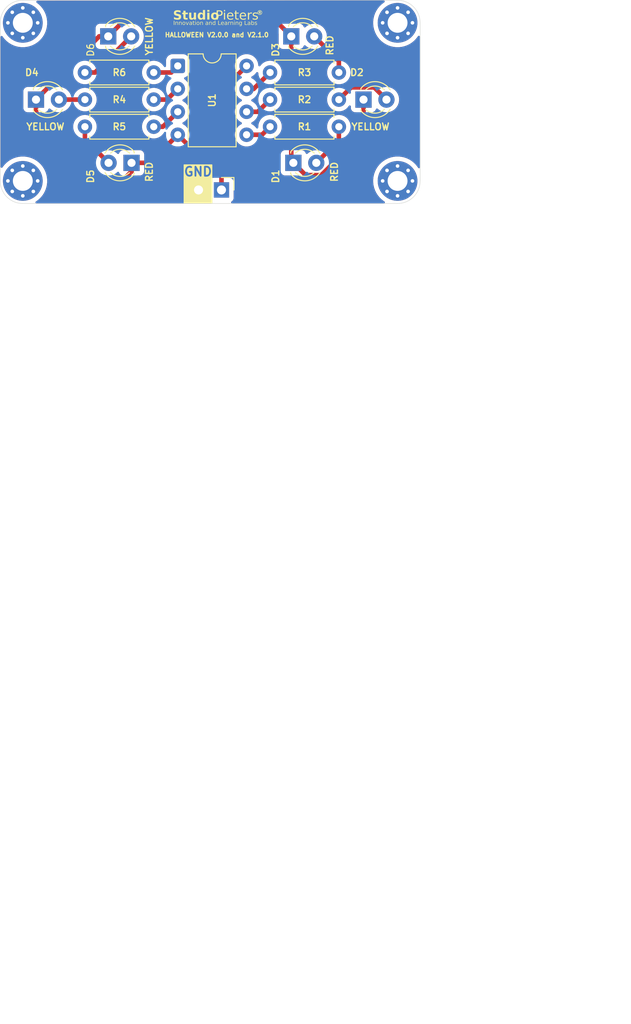
<source format=kicad_pcb>
(kicad_pcb (version 20241229) (generator "pcbnew") (generator_version "9.0")
  (layers (0 "F.Cu" signal) (2 "B.Cu" signal) (13 "F.Paste" user) (15 "B.Paste" user) (5 "F.SilkS" user "F.Silkscreen") (7 "B.SilkS" user "B.Silkscreen") (1 "F.Mask" user) (3 "B.Mask" user) (25 "Edge.Cuts" user))
  (net 0 "")
  (net 1 "Net-(BT1--)")
  (net 2 "Net-(BT1-+)")
  (net 3 "Net-(D1-A)")
  (net 4 "Net-(D2-A)")
  (net 5 "Net-(D3-A)")
  (net 6 "Net-(D4-A)")
  (net 7 "Net-(D5-A)")
  (net 8 "Net-(D6-A)")
  (net 9 "Net-(U1-AREF{slash}PB0)")
  (net 10 "Net-(U1-PB1)")
  (net 11 "Net-(U1-PB2)")
  (net 12 "Net-(U1-XTAL1{slash}PB3)")
  (net 13 "Net-(U1-XTAL2{slash}PB4)")
  (net 14 "Net-(U1-~{RESET}{slash}PB5)")
  (footprint "LED_THT:LED_D3.0mm" (layer "F.Cu") (at 126.46 79)
    (property "Reference" "D4" (at -0.46 -3 180) (layer "F.SilkS") (effects (font (size 0.75 0.75))))
    (property "Value" "YELLOW" (at 1.04 3 180) (layer "F.SilkS") (effects (font (size 0.75 0.75))))
    (fp_line (start -0.29 -1.236) (end -0.29 -1.08) (stroke (width 0.12)) (layer "F.SilkS"))
    (fp_line (start -0.29 1.08) (end -0.29 1.236) (stroke (width 0.12)) (layer "F.SilkS"))
    (fp_arc (start -0.29 -1.235516) (mid 1.36566 -1.987699) (end 2.941437 -1.08) (stroke (width 0.12)) (layer "F.SilkS"))
    (fp_arc (start 0.229039 -1.08) (mid 1.27 -1.5) (end 2.310961 -1.08) (stroke (width 0.12)) (layer "F.SilkS"))
    (fp_arc (start 2.310961 1.08) (mid 1.27 1.5) (end 0.229039 1.08) (stroke (width 0.12)) (layer "F.SilkS"))
    (fp_arc (start 2.941437 1.08) (mid 1.36566 1.987699) (end -0.29 1.235516) (stroke (width 0.12)) (layer "F.SilkS"))
    (pad "1" thru_hole rect (at 0 0) (size 1.8 1.8) (drill 0.9) (layers "*.Cu" "*.Mask") (net 1 "Net-(BT1--)"))
    (pad "2" thru_hole circle (at 2.54 0) (size 1.8 1.8) (drill 0.9) (layers "*.Cu" "*.Mask") (net 6 "Net-(D4-A)"))
  )
  (footprint "LED_THT:LED_D3.0mm" (layer "F.Cu") (at 154.73 72)
    (property "Reference" "D3" (at -1.73 1.5 90) (layer "F.SilkS") (effects (font (size 0.75 0.75))))
    (property "Value" "RED" (at 4.27 1 90) (layer "F.SilkS") (effects (font (size 0.75 0.75))))
    (fp_line (start -0.29 -1.236) (end -0.29 -1.08) (stroke (width 0.12)) (layer "F.SilkS"))
    (fp_line (start -0.29 1.08) (end -0.29 1.236) (stroke (width 0.12)) (layer "F.SilkS"))
    (fp_arc (start -0.29 -1.235516) (mid 1.36566 -1.987699) (end 2.941437 -1.08) (stroke (width 0.12)) (layer "F.SilkS"))
    (fp_arc (start 0.229039 -1.08) (mid 1.27 -1.5) (end 2.310961 -1.08) (stroke (width 0.12)) (layer "F.SilkS"))
    (fp_arc (start 2.310961 1.08) (mid 1.27 1.5) (end 0.229039 1.08) (stroke (width 0.12)) (layer "F.SilkS"))
    (fp_arc (start 2.941437 1.08) (mid 1.36566 1.987699) (end -0.29 1.235516) (stroke (width 0.12)) (layer "F.SilkS"))
    (pad "1" thru_hole rect (at 0 0) (size 1.8 1.8) (drill 0.9) (layers "*.Cu" "*.Mask") (net 1 "Net-(BT1--)"))
    (pad "2" thru_hole circle (at 2.54 0) (size 1.8 1.8) (drill 0.9) (layers "*.Cu" "*.Mask") (net 5 "Net-(D3-A)"))
  )
  (footprint "MountingHole:MountingHole_2.2mm_M2_Pad_Via" (layer "F.Cu") (at 125 70.5)
    (property "Reference" "REF**" (hide yes))
    (property "Value" "MountingHole_2.2mm_M2_Pad_Via" (hide yes))
    (pad "1" thru_hole circle (at -1.65 0) (size 0.7 0.7) (drill 0.4) (layers "*.Cu" "*.Mask"))
    (pad "1" thru_hole circle (at -1.166726 -1.166726) (size 0.7 0.7) (drill 0.4) (layers "*.Cu" "*.Mask"))
    (pad "1" thru_hole circle (at -1.166726 1.166726) (size 0.7 0.7) (drill 0.4) (layers "*.Cu" "*.Mask"))
    (pad "1" thru_hole circle (at 0 -1.65) (size 0.7 0.7) (drill 0.4) (layers "*.Cu" "*.Mask"))
    (pad "1" thru_hole circle (at 0 0) (size 4.4 4.4) (drill 2.2) (layers "*.Cu" "*.Mask"))
    (pad "1" thru_hole circle (at 0 1.65) (size 0.7 0.7) (drill 0.4) (layers "*.Cu" "*.Mask"))
    (pad "1" thru_hole circle (at 1.166726 -1.166726) (size 0.7 0.7) (drill 0.4) (layers "*.Cu" "*.Mask"))
    (pad "1" thru_hole circle (at 1.166726 1.166726) (size 0.7 0.7) (drill 0.4) (layers "*.Cu" "*.Mask"))
    (pad "1" thru_hole circle (at 1.65 0) (size 0.7 0.7) (drill 0.4) (layers "*.Cu" "*.Mask"))
  )
  (footprint "MountingHole:MountingHole_2.2mm_M2_Pad_Via" (layer "F.Cu") (at 166.5 88)
    (property "Reference" "REF**" (hide yes))
    (property "Value" "MountingHole_2.2mm_M2_Pad_Via" (hide yes))
    (pad "1" thru_hole circle (at -1.65 0) (size 0.7 0.7) (drill 0.4) (layers "*.Cu" "*.Mask"))
    (pad "1" thru_hole circle (at -1.166726 -1.166726) (size 0.7 0.7) (drill 0.4) (layers "*.Cu" "*.Mask"))
    (pad "1" thru_hole circle (at -1.166726 1.166726) (size 0.7 0.7) (drill 0.4) (layers "*.Cu" "*.Mask"))
    (pad "1" thru_hole circle (at 0 -1.65) (size 0.7 0.7) (drill 0.4) (layers "*.Cu" "*.Mask"))
    (pad "1" thru_hole circle (at 0 0) (size 4.4 4.4) (drill 2.2) (layers "*.Cu" "*.Mask"))
    (pad "1" thru_hole circle (at 0 1.65) (size 0.7 0.7) (drill 0.4) (layers "*.Cu" "*.Mask"))
    (pad "1" thru_hole circle (at 1.166726 -1.166726) (size 0.7 0.7) (drill 0.4) (layers "*.Cu" "*.Mask"))
    (pad "1" thru_hole circle (at 1.166726 1.166726) (size 0.7 0.7) (drill 0.4) (layers "*.Cu" "*.Mask"))
    (pad "1" thru_hole circle (at 1.65 0) (size 0.7 0.7) (drill 0.4) (layers "*.Cu" "*.Mask"))
  )
  (footprint "MountingHole:MountingHole_2.2mm_M2_Pad_Via" (layer "F.Cu") (at 166.5 70.5)
    (property "Reference" "REF**" (hide yes))
    (property "Value" "MountingHole_2.2mm_M2_Pad_Via" (hide yes))
    (pad "1" thru_hole circle (at -1.65 0) (size 0.7 0.7) (drill 0.4) (layers "*.Cu" "*.Mask"))
    (pad "1" thru_hole circle (at -1.166726 -1.166726) (size 0.7 0.7) (drill 0.4) (layers "*.Cu" "*.Mask"))
    (pad "1" thru_hole circle (at -1.166726 1.166726) (size 0.7 0.7) (drill 0.4) (layers "*.Cu" "*.Mask"))
    (pad "1" thru_hole circle (at 0 -1.65) (size 0.7 0.7) (drill 0.4) (layers "*.Cu" "*.Mask"))
    (pad "1" thru_hole circle (at 0 0) (size 4.4 4.4) (drill 2.2) (layers "*.Cu" "*.Mask"))
    (pad "1" thru_hole circle (at 0 1.65) (size 0.7 0.7) (drill 0.4) (layers "*.Cu" "*.Mask"))
    (pad "1" thru_hole circle (at 1.166726 -1.166726) (size 0.7 0.7) (drill 0.4) (layers "*.Cu" "*.Mask"))
    (pad "1" thru_hole circle (at 1.166726 1.166726) (size 0.7 0.7) (drill 0.4) (layers "*.Cu" "*.Mask"))
    (pad "1" thru_hole circle (at 1.65 0) (size 0.7 0.7) (drill 0.4) (layers "*.Cu" "*.Mask"))
  )
  (footprint "Resistor_THT:R_Axial_DIN0207_L6.3mm_D2.5mm_P7.62mm_Horizontal" (layer "F.Cu") (at 152.38 79)
    (property "Reference" "R2" (at 3.81 0 0) (layer "F.SilkS") (effects (font (size 0.75 0.75))))
    (property "Value" "| 200Ω" (hide yes))
    (fp_line (start 0.54 -1.37) (end 7.08 -1.37) (stroke (width 0.12)) (layer "F.SilkS"))
    (fp_line (start 0.54 -1.04) (end 0.54 -1.37) (stroke (width 0.12)) (layer "F.SilkS"))
    (fp_line (start 0.54 1.04) (end 0.54 1.37) (stroke (width 0.12)) (layer "F.SilkS"))
    (fp_line (start 0.54 1.37) (end 7.08 1.37) (stroke (width 0.12)) (layer "F.SilkS"))
    (fp_line (start 7.08 -1.37) (end 7.08 -1.04) (stroke (width 0.12)) (layer "F.SilkS"))
    (fp_line (start 7.08 1.37) (end 7.08 1.04) (stroke (width 0.12)) (layer "F.SilkS"))
    (pad "1" thru_hole circle (at 0 0) (size 1.6 1.6) (drill 0.8) (layers "*.Cu" "*.Mask") (net 10 "Net-(U1-PB1)"))
    (pad "2" thru_hole circle (at 7.62 0) (size 1.6 1.6) (drill 0.8) (layers "*.Cu" "*.Mask") (net 4 "Net-(D2-A)"))
  )
  (footprint "LED_THT:LED_D3.0mm" (layer "F.Cu") (at 134.46 72)
    (property "Reference" "D6" (at -1.96 1.5 90) (layer "F.SilkS") (effects (font (size 0.75 0.75) (thickness 0.125))))
    (property "Value" "YELLOW" (at 4.54 0 90) (layer "F.SilkS") (effects (font (size 0.75 0.75))))
    (fp_line (start -0.29 -1.236) (end -0.29 -1.08) (stroke (width 0.12)) (layer "F.SilkS"))
    (fp_line (start -0.29 1.08) (end -0.29 1.236) (stroke (width 0.12)) (layer "F.SilkS"))
    (fp_arc (start -0.29 -1.235516) (mid 1.36566 -1.987699) (end 2.941437 -1.08) (stroke (width 0.12)) (layer "F.SilkS"))
    (fp_arc (start 0.229039 -1.08) (mid 1.27 -1.5) (end 2.310961 -1.08) (stroke (width 0.12)) (layer "F.SilkS"))
    (fp_arc (start 2.310961 1.08) (mid 1.27 1.5) (end 0.229039 1.08) (stroke (width 0.12)) (layer "F.SilkS"))
    (fp_arc (start 2.941437 1.08) (mid 1.36566 1.987699) (end -0.29 1.235516) (stroke (width 0.12)) (layer "F.SilkS"))
    (pad "1" thru_hole rect (at 0 0) (size 1.8 1.8) (drill 0.9) (layers "*.Cu" "*.Mask") (net 1 "Net-(BT1--)"))
    (pad "2" thru_hole circle (at 2.54 0) (size 1.8 1.8) (drill 0.9) (layers "*.Cu" "*.Mask") (net 8 "Net-(D6-A)"))
  )
  (footprint "Logo:StudioPieters_Logo" (layer "F.Cu") (at 146.33 70.31)
    (property "Reference" "REF**" (hide yes))
    (property "Value" "StudioPieters_Logo" (hide yes))
    (fp_text user "Innovation and Learning Labs" (at -4.67 0.5 0) (layer "F.SilkS") (effects (font (size 0.45 0.45) (thickness 0.1)) (justify left bottom)))
    (fp_text user "Studio" (at -4.7 0 0) (layer "F.SilkS") (effects (font (thickness 0.1)) (justify left bottom)))
    (fp_text user "Pieters" (at 0 0 0) (layer "F.SilkS") (effects (font (thickness 0.1)) (justify left bottom)))
    (fp_text user "®" (at 4.57 -0.61 0) (layer "F.SilkS") (effects (font (size 0.5 0.5) (thickness 0.1)) (justify left bottom)))
  )
  (footprint "LED_THT:LED_D3.0mm" (layer "F.Cu") (at 154.96 86)
    (property "Reference" "D1" (at -1.96 1.5 90) (layer "F.SilkS") (effects (font (size 0.75 0.75))))
    (property "Value" "RED" (at 4.54 1 90) (layer "F.SilkS") (effects (font (size 0.75 0.75))))
    (fp_line (start -0.29 -1.236) (end -0.29 -1.08) (stroke (width 0.12)) (layer "F.SilkS"))
    (fp_line (start -0.29 1.08) (end -0.29 1.236) (stroke (width 0.12)) (layer "F.SilkS"))
    (fp_arc (start -0.29 -1.235516) (mid 1.36566 -1.987699) (end 2.941437 -1.08) (stroke (width 0.12)) (layer "F.SilkS"))
    (fp_arc (start 0.229039 -1.08) (mid 1.27 -1.5) (end 2.310961 -1.08) (stroke (width 0.12)) (layer "F.SilkS"))
    (fp_arc (start 2.310961 1.08) (mid 1.27 1.5) (end 0.229039 1.08) (stroke (width 0.12)) (layer "F.SilkS"))
    (fp_arc (start 2.941437 1.08) (mid 1.36566 1.987699) (end -0.29 1.235516) (stroke (width 0.12)) (layer "F.SilkS"))
    (pad "1" thru_hole rect (at 0 0) (size 1.8 1.8) (drill 0.9) (layers "*.Cu" "*.Mask") (net 1 "Net-(BT1--)"))
    (pad "2" thru_hole circle (at 2.54 0) (size 1.8 1.8) (drill 0.9) (layers "*.Cu" "*.Mask") (net 3 "Net-(D1-A)"))
  )
  (footprint "Resistor_THT:R_Axial_DIN0207_L6.3mm_D2.5mm_P7.62mm_Horizontal" (layer "F.Cu") (at 152.38 82)
    (property "Reference" "R1" (at 3.81 0 0) (layer "F.SilkS") (effects (font (size 0.75 0.75))))
    (property "Value" "| 200Ω" (hide yes))
    (fp_line (start 0.54 -1.37) (end 7.08 -1.37) (stroke (width 0.12)) (layer "F.SilkS"))
    (fp_line (start 0.54 -1.04) (end 0.54 -1.37) (stroke (width 0.12)) (layer "F.SilkS"))
    (fp_line (start 0.54 1.04) (end 0.54 1.37) (stroke (width 0.12)) (layer "F.SilkS"))
    (fp_line (start 0.54 1.37) (end 7.08 1.37) (stroke (width 0.12)) (layer "F.SilkS"))
    (fp_line (start 7.08 -1.37) (end 7.08 -1.04) (stroke (width 0.12)) (layer "F.SilkS"))
    (fp_line (start 7.08 1.37) (end 7.08 1.04) (stroke (width 0.12)) (layer "F.SilkS"))
    (pad "1" thru_hole circle (at 0 0) (size 1.6 1.6) (drill 0.8) (layers "*.Cu" "*.Mask") (net 9 "Net-(U1-AREF{slash}PB0)"))
    (pad "2" thru_hole circle (at 7.62 0) (size 1.6 1.6) (drill 0.8) (layers "*.Cu" "*.Mask") (net 3 "Net-(D1-A)"))
  )
  (footprint "Resistor_THT:R_Axial_DIN0207_L6.3mm_D2.5mm_P7.62mm_Horizontal" (layer "F.Cu") (at 139.5 82 180)
    (property "Reference" "R5" (at 3.81 0 0) (layer "F.SilkS") (effects (font (size 0.75 0.75))))
    (property "Value" "| 200Ω" (hide yes))
    (fp_line (start 7.08 1.37) (end 7.08 1.04) (stroke (width 0.12)) (layer "F.SilkS"))
    (fp_line (start 7.08 -1.37) (end 7.08 -1.04) (stroke (width 0.12)) (layer "F.SilkS"))
    (fp_line (start 0.54 1.37) (end 7.08 1.37) (stroke (width 0.12)) (layer "F.SilkS"))
    (fp_line (start 0.54 1.04) (end 0.54 1.37) (stroke (width 0.12)) (layer "F.SilkS"))
    (fp_line (start 0.54 -1.04) (end 0.54 -1.37) (stroke (width 0.12)) (layer "F.SilkS"))
    (fp_line (start 0.54 -1.37) (end 7.08 -1.37) (stroke (width 0.12)) (layer "F.SilkS"))
    (pad "1" thru_hole circle (at 0 0 180) (size 1.6 1.6) (drill 0.8) (layers "*.Cu" "*.Mask") (net 13 "Net-(U1-XTAL2{slash}PB4)"))
    (pad "2" thru_hole circle (at 7.62 0 180) (size 1.6 1.6) (drill 0.8) (layers "*.Cu" "*.Mask") (net 7 "Net-(D5-A)"))
  )
  (footprint "MountingHole:MountingHole_2.2mm_M2_Pad_Via" (layer "F.Cu") (at 125 88)
    (property "Reference" "REF**" (hide yes))
    (property "Value" "MountingHole_2.2mm_M2_Pad_Via" (hide yes))
    (pad "1" thru_hole circle (at -1.65 0) (size 0.7 0.7) (drill 0.4) (layers "*.Cu" "*.Mask"))
    (pad "1" thru_hole circle (at -1.166726 -1.166726) (size 0.7 0.7) (drill 0.4) (layers "*.Cu" "*.Mask"))
    (pad "1" thru_hole circle (at -1.166726 1.166726) (size 0.7 0.7) (drill 0.4) (layers "*.Cu" "*.Mask"))
    (pad "1" thru_hole circle (at 0 -1.65) (size 0.7 0.7) (drill 0.4) (layers "*.Cu" "*.Mask"))
    (pad "1" thru_hole circle (at 0 0) (size 4.4 4.4) (drill 2.2) (layers "*.Cu" "*.Mask"))
    (pad "1" thru_hole circle (at 0 1.65) (size 0.7 0.7) (drill 0.4) (layers "*.Cu" "*.Mask"))
    (pad "1" thru_hole circle (at 1.166726 -1.166726) (size 0.7 0.7) (drill 0.4) (layers "*.Cu" "*.Mask"))
    (pad "1" thru_hole circle (at 1.166726 1.166726) (size 0.7 0.7) (drill 0.4) (layers "*.Cu" "*.Mask"))
    (pad "1" thru_hole circle (at 1.65 0) (size 0.7 0.7) (drill 0.4) (layers "*.Cu" "*.Mask"))
  )
  (footprint "Connector_PinHeader_2.54mm:PinHeader_1x02_P2.54mm_Vertical" (layer "F.Cu") (at 147 89 -90)
    (property "Reference" "BT1" (hide yes))
    (property "Value" "Battery_Box" (hide yes))
    (fp_line (start -1.38 3.92) (end 1.38 3.92) (stroke (width 0.12)) (layer "F.SilkS"))
    (fp_line (start -1.38 1.27) (end -1.38 3.92) (stroke (width 0.12)) (layer "F.SilkS"))
    (fp_line (start -1.38 1.27) (end 1.38 1.27) (stroke (width 0.12)) (layer "F.SilkS"))
    (fp_line (start 1.38 1.27) (end 1.38 3.92) (stroke (width 0.12)) (layer "F.SilkS"))
    (fp_line (start -1.38 0) (end -1.38 -1.38) (stroke (width 0.12)) (layer "F.SilkS"))
    (fp_line (start -1.38 -1.38) (end 0 -1.38) (stroke (width 0.12)) (layer "F.SilkS"))
    (pad "1" thru_hole rect (at 0 0 270) (size 1.7 1.7) (drill 1) (layers "*.Cu" "*.Mask") (net 2 "Net-(BT1-+)"))
    (pad "2" thru_hole circle (at 0 2.54 270) (size 1.7 1.7) (drill 1) (layers "*.Cu" "*.Mask") (net 1 "Net-(BT1--)"))
  )
  (footprint "Package_DIP:DIP-8_W7.62mm" (layer "F.Cu") (at 142.16 75.27)
    (property "Reference" "U1" (at 3.805 3.81 90) (layer "F.SilkS") (effects (font (size 0.75 0.75))))
    (property "Value" "ATtiny85-20P")
    (fp_line (start 1.16 -1.33) (end 1.16 8.95) (stroke (width 0.12)) (layer "F.SilkS"))
    (fp_line (start 1.16 8.95) (end 6.46 8.95) (stroke (width 0.12)) (layer "F.SilkS"))
    (fp_line (start 2.81 -1.33) (end 1.16 -1.33) (stroke (width 0.12)) (layer "F.SilkS"))
    (fp_line (start 6.46 -1.33) (end 4.81 -1.33) (stroke (width 0.12)) (layer "F.SilkS"))
    (fp_line (start 6.46 8.95) (end 6.46 -1.33) (stroke (width 0.12)) (layer "F.SilkS"))
    (fp_arc (start 4.81 -1.33) (mid 3.81 -0.33) (end 2.81 -1.33) (stroke (width 0.12)) (layer "F.SilkS"))
    (pad "1" thru_hole roundrect (at 0 0) (size 1.6 1.6) (drill 0.8) (layers "*.Cu" "*.Mask") (roundrect_rratio 0.15625) (net 14 "Net-(U1-~{RESET}{slash}PB5)"))
    (pad "2" thru_hole circle (at 0 2.54) (size 1.6 1.6) (drill 0.8) (layers "*.Cu" "*.Mask") (net 12 "Net-(U1-XTAL1{slash}PB3)"))
    (pad "3" thru_hole circle (at 0 5.08) (size 1.6 1.6) (drill 0.8) (layers "*.Cu" "*.Mask") (net 13 "Net-(U1-XTAL2{slash}PB4)"))
    (pad "4" thru_hole circle (at 0 7.62) (size 1.6 1.6) (drill 0.8) (layers "*.Cu" "*.Mask") (net 1 "Net-(BT1--)"))
    (pad "5" thru_hole circle (at 7.62 7.62) (size 1.6 1.6) (drill 0.8) (layers "*.Cu" "*.Mask") (net 9 "Net-(U1-AREF{slash}PB0)"))
    (pad "6" thru_hole circle (at 7.62 5.08) (size 1.6 1.6) (drill 0.8) (layers "*.Cu" "*.Mask") (net 10 "Net-(U1-PB1)"))
    (pad "7" thru_hole circle (at 7.62 2.54) (size 1.6 1.6) (drill 0.8) (layers "*.Cu" "*.Mask") (net 11 "Net-(U1-PB2)"))
    (pad "8" thru_hole circle (at 7.62 0) (size 1.6 1.6) (drill 0.8) (layers "*.Cu" "*.Mask") (net 2 "Net-(BT1-+)"))
  )
  (footprint "Resistor_THT:R_Axial_DIN0207_L6.3mm_D2.5mm_P7.62mm_Horizontal" (layer "F.Cu") (at 152.38 76)
    (property "Reference" "R3" (at 3.81 0 0) (layer "F.SilkS") (effects (font (size 0.75 0.75))))
    (property "Value" "| 200Ω" (hide yes))
    (fp_line (start 0.54 -1.37) (end 7.08 -1.37) (stroke (width 0.12)) (layer "F.SilkS"))
    (fp_line (start 0.54 -1.04) (end 0.54 -1.37) (stroke (width 0.12)) (layer "F.SilkS"))
    (fp_line (start 0.54 1.04) (end 0.54 1.37) (stroke (width 0.12)) (layer "F.SilkS"))
    (fp_line (start 0.54 1.37) (end 7.08 1.37) (stroke (width 0.12)) (layer "F.SilkS"))
    (fp_line (start 7.08 -1.37) (end 7.08 -1.04) (stroke (width 0.12)) (layer "F.SilkS"))
    (fp_line (start 7.08 1.37) (end 7.08 1.04) (stroke (width 0.12)) (layer "F.SilkS"))
    (pad "1" thru_hole circle (at 0 0) (size 1.6 1.6) (drill 0.8) (layers "*.Cu" "*.Mask") (net 11 "Net-(U1-PB2)"))
    (pad "2" thru_hole circle (at 7.62 0) (size 1.6 1.6) (drill 0.8) (layers "*.Cu" "*.Mask") (net 5 "Net-(D3-A)"))
  )
  (footprint "LED_THT:LED_D3.0mm" (layer "F.Cu") (at 137.04 86 180)
    (property "Reference" "D5" (at 4.54 -1.5 90) (layer "F.SilkS") (effects (font (size 0.75 0.75))))
    (property "Value" "RED" (at -1.96 -1 90) (layer "F.SilkS") (effects (font (size 0.75 0.75))))
    (fp_line (start -0.29 1.08) (end -0.29 1.236) (stroke (width 0.12)) (layer "F.SilkS"))
    (fp_line (start -0.29 -1.236) (end -0.29 -1.08) (stroke (width 0.12)) (layer "F.SilkS"))
    (fp_arc (start 2.941437 1.08) (mid 1.36566 1.987699) (end -0.29 1.235516) (stroke (width 0.12)) (layer "F.SilkS"))
    (fp_arc (start 2.310961 1.08) (mid 1.27 1.5) (end 0.229039 1.08) (stroke (width 0.12)) (layer "F.SilkS"))
    (fp_arc (start 0.229039 -1.08) (mid 1.27 -1.5) (end 2.310961 -1.08) (stroke (width 0.12)) (layer "F.SilkS"))
    (fp_arc (start -0.29 -1.235516) (mid 1.36566 -1.987699) (end 2.941437 -1.08) (stroke (width 0.12)) (layer "F.SilkS"))
    (pad "1" thru_hole rect (at 0 0 180) (size 1.8 1.8) (drill 0.9) (layers "*.Cu" "*.Mask") (net 1 "Net-(BT1--)"))
    (pad "2" thru_hole circle (at 2.54 0 180) (size 1.8 1.8) (drill 0.9) (layers "*.Cu" "*.Mask") (net 7 "Net-(D5-A)"))
  )
  (footprint "LED_THT:LED_D3.0mm" (layer "F.Cu") (at 162.73 79)
    (property "Reference" "D2" (at -0.73 -3 180) (layer "F.SilkS") (effects (font (size 0.75 0.75))))
    (property "Value" "YELLOW" (at 0.77 3 180) (layer "F.SilkS") (effects (font (size 0.75 0.75))))
    (fp_line (start -0.29 -1.236) (end -0.29 -1.08) (stroke (width 0.12)) (layer "F.SilkS"))
    (fp_line (start -0.29 1.08) (end -0.29 1.236) (stroke (width 0.12)) (layer "F.SilkS"))
    (fp_arc (start -0.29 -1.235516) (mid 1.36566 -1.987699) (end 2.941437 -1.08) (stroke (width 0.12)) (layer "F.SilkS"))
    (fp_arc (start 0.229039 -1.08) (mid 1.27 -1.5) (end 2.310961 -1.08) (stroke (width 0.12)) (layer "F.SilkS"))
    (fp_arc (start 2.310961 1.08) (mid 1.27 1.5) (end 0.229039 1.08) (stroke (width 0.12)) (layer "F.SilkS"))
    (fp_arc (start 2.941437 1.08) (mid 1.36566 1.987699) (end -0.29 1.235516) (stroke (width 0.12)) (layer "F.SilkS"))
    (pad "1" thru_hole rect (at 0 0) (size 1.8 1.8) (drill 0.9) (layers "*.Cu" "*.Mask") (net 1 "Net-(BT1--)"))
    (pad "2" thru_hole circle (at 2.54 0) (size 1.8 1.8) (drill 0.9) (layers "*.Cu" "*.Mask") (net 4 "Net-(D2-A)"))
  )
  (footprint "Resistor_THT:R_Axial_DIN0207_L6.3mm_D2.5mm_P7.62mm_Horizontal" (layer "F.Cu") (at 139.5 79 180)
    (property "Reference" "R4" (at 3.81 0 0) (layer "F.SilkS") (effects (font (size 0.75 0.75))))
    (property "Value" "| 200Ω" (hide yes))
    (fp_line (start 7.08 1.37) (end 7.08 1.04) (stroke (width 0.12)) (layer "F.SilkS"))
    (fp_line (start 7.08 -1.37) (end 7.08 -1.04) (stroke (width 0.12)) (layer "F.SilkS"))
    (fp_line (start 0.54 1.37) (end 7.08 1.37) (stroke (width 0.12)) (layer "F.SilkS"))
    (fp_line (start 0.54 1.04) (end 0.54 1.37) (stroke (width 0.12)) (layer "F.SilkS"))
    (fp_line (start 0.54 -1.04) (end 0.54 -1.37) (stroke (width 0.12)) (layer "F.SilkS"))
    (fp_line (start 0.54 -1.37) (end 7.08 -1.37) (stroke (width 0.12)) (layer "F.SilkS"))
    (pad "1" thru_hole circle (at 0 0 180) (size 1.6 1.6) (drill 0.8) (layers "*.Cu" "*.Mask") (net 12 "Net-(U1-XTAL1{slash}PB3)"))
    (pad "2" thru_hole circle (at 7.62 0 180) (size 1.6 1.6) (drill 0.8) (layers "*.Cu" "*.Mask") (net 6 "Net-(D4-A)"))
  )
  (footprint "Resistor_THT:R_Axial_DIN0207_L6.3mm_D2.5mm_P7.62mm_Horizontal" (layer "F.Cu") (at 139.5 76 180)
    (property "Reference" "R6" (at 3.81 0 0) (layer "F.SilkS") (effects (font (size 0.75 0.75))))
    (property "Value" "| 200Ω" (hide yes))
    (fp_line (start 7.08 1.37) (end 7.08 1.04) (stroke (width 0.12)) (layer "F.SilkS"))
    (fp_line (start 7.08 -1.37) (end 7.08 -1.04) (stroke (width 0.12)) (layer "F.SilkS"))
    (fp_line (start 0.54 1.37) (end 7.08 1.37) (stroke (width 0.12)) (layer "F.SilkS"))
    (fp_line (start 0.54 1.04) (end 0.54 1.37) (stroke (width 0.12)) (layer "F.SilkS"))
    (fp_line (start 0.54 -1.04) (end 0.54 -1.37) (stroke (width 0.12)) (layer "F.SilkS"))
    (fp_line (start 0.54 -1.37) (end 7.08 -1.37) (stroke (width 0.12)) (layer "F.SilkS"))
    (pad "1" thru_hole circle (at 0 0 180) (size 1.6 1.6) (drill 0.8) (layers "*.Cu" "*.Mask") (net 14 "Net-(U1-~{RESET}{slash}PB5)"))
    (pad "2" thru_hole circle (at 7.62 0 180) (size 1.6 1.6) (drill 0.8) (layers "*.Cu" "*.Mask") (net 8 "Net-(D6-A)"))
  )
  (gr_rect (start 142.86 86.22) (end 145.94 90.46) (stroke (width 0.1)) (fill no) (layer "F.SilkS"))
  (gr_rect (start 142.86 87.61) (end 145.94 90.44) (stroke (width 0.1)) (fill yes) (layer "F.SilkS"))
  (gr_line (start 125 68) (end 166.5 68) (stroke (width 0.05)) (layer "Edge.Cuts"))
  (gr_arc (start 122.5 70.5) (mid 123.232233 68.732233) (end 125 68) (stroke (width 0.05)) (layer "Edge.Cuts"))
  (gr_arc (start 166.5 68) (mid 168.267767 68.732233) (end 169 70.5) (stroke (width 0.05)) (layer "Edge.Cuts"))
  (gr_line (start 125 90.5) (end 166.5 90.5) (stroke (width 0.05)) (layer "Edge.Cuts"))
  (gr_arc (start 169 88) (mid 168.267767 89.767767) (end 166.5 90.5) (stroke (width 0.05)) (layer "Edge.Cuts"))
  (gr_line (start 169 70.5) (end 169 88) (stroke (width 0.05)) (layer "Edge.Cuts"))
  (gr_line (start 122.5 70.5) (end 122.5 88) (stroke (width 0.05)) (layer "Edge.Cuts"))
  (gr_arc (start 125 90.5) (mid 123.232233 89.767767) (end 122.5 88) (stroke (width 0.05)) (layer "Edge.Cuts"))
  (gr_text "HALLOWEEN V2.0.0 and V2.1.0" (at 140.68 72.13 0) (layer "F.SilkS") (effects (font (size 0.5 0.5) (thickness 0.12) (bold yes)) (justify left bottom)))
  (gr_text "GND" (at 142.75 87.56 0) (layer "F.SilkS" knockout) (effects (font (size 1 1) (thickness 0.2) (bold yes)) (justify left bottom)))
  (segment (start 158.06126 87.355) (end 162.73 82.68626) (width 0.508) (layer "F.Cu") (net 1))
  (segment (start 136.46 70) (end 152.73 70) (width 0.508) (layer "F.Cu") (net 1))
  (segment (start 144.46 86.04) (end 144.46 89) (width 0.508) (layer "F.Cu") (net 1))
  (segment (start 133.46 72) (end 126.46 79) (width 0.508) (layer "F.Cu") (net 1))
  (segment (start 162.73 82.68626) (end 162.73 79) (width 0.508) (layer "F.Cu") (net 1))
  (segment (start 142.16 82.89) (end 144.5 85.23) (width 0.508) (layer "F.Cu") (net 1))
  (segment (start 154.73 72) (end 154.73 85.77) (width 0.508) (layer "F.Cu") (net 1))
  (segment (start 139.05 86) (end 142.16 82.89) (width 0.508) (layer "F.Cu") (net 1))
  (segment (start 134.052 88) (end 136 88) (width 0.508) (layer "F.Cu") (net 1))
  (segment (start 154.73 85.77) (end 154.96 86) (width 0.508) (layer "F.Cu") (net 1))
  (segment (start 137.04 86) (end 139.05 86) (width 0.508) (layer "F.Cu") (net 1))
  (segment (start 154.96 86) (end 156.315 87.355) (width 0.508) (layer "F.Cu") (net 1))
  (segment (start 144.5 86) (end 144.46 86.04) (width 0.508) (layer "F.Cu") (net 1))
  (segment (start 134.46 72) (end 136.46 70) (width 0.508) (layer "F.Cu") (net 1))
  (segment (start 137.04 86.96) (end 137.04 86) (width 0.508) (layer "F.Cu") (net 1))
  (segment (start 126.46 79) (end 126.46 80.408) (width 0.508) (layer "F.Cu") (net 1))
  (segment (start 136 88) (end 137.04 86.96) (width 0.508) (layer "F.Cu") (net 1))
  (segment (start 134.46 72) (end 133.46 72) (width 0.508) (layer "F.Cu") (net 1))
  (segment (start 144.5 85.23) (end 144.5 86) (width 0.508) (layer "F.Cu") (net 1))
  (segment (start 156.315 87.355) (end 158.06126 87.355) (width 0.508) (layer "F.Cu") (net 1))
  (segment (start 152.73 70) (end 154.73 72) (width 0.508) (layer "F.Cu") (net 1))
  (segment (start 126.46 80.408) (end 134.052 88) (width 0.508) (layer "F.Cu") (net 1))
  (segment (start 147 78.05) (end 147 89) (width 0.508) (layer "F.Cu") (net 2))
  (segment (start 149.78 75.27) (end 147 78.05) (width 0.508) (layer "F.Cu") (net 2))
  (segment (start 160 82) (end 160 83.5) (width 0.508) (layer "F.Cu") (net 3))
  (segment (start 160 83.5) (end 157.5 86) (width 0.508) (layer "F.Cu") (net 3))
  (segment (start 163.915 77.645) (end 165.27 79) (width 0.508) (layer "F.Cu") (net 4))
  (segment (start 160 79) (end 161.355 77.645) (width 0.508) (layer "F.Cu") (net 4))
  (segment (start 161.355 77.645) (end 163.915 77.645) (width 0.508) (layer "F.Cu") (net 4))
  (segment (start 160 74.73) (end 160 76) (width 0.508) (layer "F.Cu") (net 5))
  (segment (start 157.27 72) (end 160 74.73) (width 0.508) (layer "F.Cu") (net 5))
  (segment (start 129 79) (end 131.88 79) (width 0.508) (layer "F.Cu") (net 6))
  (segment (start 134.5 86) (end 131.88 83.38) (width 0.508) (layer "F.Cu") (net 7))
  (segment (start 131.88 83.38) (end 131.88 82) (width 0.508) (layer "F.Cu") (net 7))
  (segment (start 133 76) (end 137 72) (width 0.508) (layer "F.Cu") (net 8))
  (segment (start 131.88 76) (end 133 76) (width 0.508) (layer "F.Cu") (net 8))
  (segment (start 149.78 82.89) (end 151.49 82.89) (width 0.508) (layer "F.Cu") (net 9))
  (segment (start 151.49 82.89) (end 152.38 82) (width 0.508) (layer "F.Cu") (net 9))
  (segment (start 149.78 80.35) (end 151.03 80.35) (width 0.508) (layer "F.Cu") (net 10))
  (segment (start 151.03 80.35) (end 152.38 79) (width 0.508) (layer "F.Cu") (net 10))
  (segment (start 149.78 77.81) (end 150.57 77.81) (width 0.508) (layer "F.Cu") (net 11))
  (segment (start 150.57 77.81) (end 152.38 76) (width 0.508) (layer "F.Cu") (net 11))
  (segment (start 139.5 79) (end 140.97 79) (width 0.508) (layer "F.Cu") (net 12))
  (segment (start 140.97 79) (end 142.16 77.81) (width 0.508) (layer "F.Cu") (net 12))
  (segment (start 140.51 82) (end 142.16 80.35) (width 0.508) (layer "F.Cu") (net 13))
  (segment (start 139.5 82) (end 140.51 82) (width 0.508) (layer "F.Cu") (net 13))
  (segment (start 139.5 76) (end 141.43 76) (width 0.508) (layer "F.Cu") (net 14))
  (segment (start 141.43 76) (end 142.16 75.27) (width 0.508) (layer "F.Cu") (net 14))
  (zone (net 0) (net_name "") (layers "F.Cu" "B.Cu") (connect_pads (clearance 0.5)) (min_thickness 0.25) (fill yes (thermal_gap 0.5) (thermal_bridge_width 0.5) (smoothing fillet) (island_removal_mode 1) (island_area_min 10))
    (polygon (pts (xy 122.53 68.06) (xy 168.97 68.01) (xy 169.02 90.5) (xy 122.53 90.5)))
  )
)
</source>
